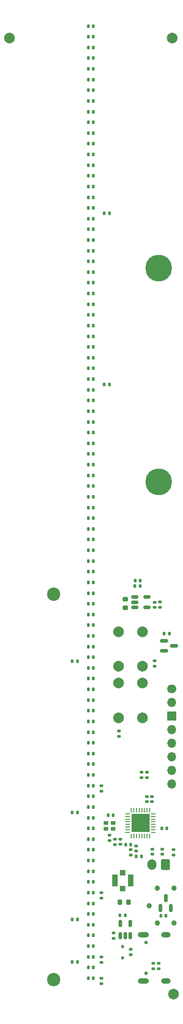
<source format=gbr>
%TF.GenerationSoftware,KiCad,Pcbnew,8.0.7-8.0.7-0~ubuntu24.04.1*%
%TF.CreationDate,2024-12-04T16:15:17+01:00*%
%TF.ProjectId,v_ggtermometer,76e46767-7465-4726-9d6f-6d657465722e,rev?*%
%TF.SameCoordinates,Original*%
%TF.FileFunction,Soldermask,Top*%
%TF.FilePolarity,Negative*%
%FSLAX46Y46*%
G04 Gerber Fmt 4.6, Leading zero omitted, Abs format (unit mm)*
G04 Created by KiCad (PCBNEW 8.0.7-8.0.7-0~ubuntu24.04.1) date 2024-12-04 16:15:17*
%MOMM*%
%LPD*%
G01*
G04 APERTURE LIST*
G04 Aperture macros list*
%AMRoundRect*
0 Rectangle with rounded corners*
0 $1 Rounding radius*
0 $2 $3 $4 $5 $6 $7 $8 $9 X,Y pos of 4 corners*
0 Add a 4 corners polygon primitive as box body*
4,1,4,$2,$3,$4,$5,$6,$7,$8,$9,$2,$3,0*
0 Add four circle primitives for the rounded corners*
1,1,$1+$1,$2,$3*
1,1,$1+$1,$4,$5*
1,1,$1+$1,$6,$7*
1,1,$1+$1,$8,$9*
0 Add four rect primitives between the rounded corners*
20,1,$1+$1,$2,$3,$4,$5,0*
20,1,$1+$1,$4,$5,$6,$7,0*
20,1,$1+$1,$6,$7,$8,$9,0*
20,1,$1+$1,$8,$9,$2,$3,0*%
G04 Aperture macros list end*
%ADD10RoundRect,0.147500X-0.147500X-0.172500X0.147500X-0.172500X0.147500X0.172500X-0.147500X0.172500X0*%
%ADD11C,2.000000*%
%ADD12RoundRect,0.147500X0.147500X0.172500X-0.147500X0.172500X-0.147500X-0.172500X0.147500X-0.172500X0*%
%ADD13RoundRect,0.140000X-0.140000X-0.170000X0.140000X-0.170000X0.140000X0.170000X-0.140000X0.170000X0*%
%ADD14RoundRect,0.135000X0.185000X-0.135000X0.185000X0.135000X-0.185000X0.135000X-0.185000X-0.135000X0*%
%ADD15C,1.000000*%
%ADD16RoundRect,0.140000X0.170000X-0.140000X0.170000X0.140000X-0.170000X0.140000X-0.170000X-0.140000X0*%
%ADD17RoundRect,0.140000X-0.170000X0.140000X-0.170000X-0.140000X0.170000X-0.140000X0.170000X0.140000X0*%
%ADD18C,5.000000*%
%ADD19R,0.900000X0.800000*%
%ADD20RoundRect,0.135000X-0.185000X0.135000X-0.185000X-0.135000X0.185000X-0.135000X0.185000X0.135000X0*%
%ADD21RoundRect,0.225000X-0.250000X0.225000X-0.250000X-0.225000X0.250000X-0.225000X0.250000X0.225000X0*%
%ADD22RoundRect,0.225000X-0.225000X-0.250000X0.225000X-0.250000X0.225000X0.250000X-0.225000X0.250000X0*%
%ADD23RoundRect,0.135000X0.135000X0.185000X-0.135000X0.185000X-0.135000X-0.185000X0.135000X-0.185000X0*%
%ADD24RoundRect,0.150000X0.150000X-0.512500X0.150000X0.512500X-0.150000X0.512500X-0.150000X-0.512500X0*%
%ADD25RoundRect,0.140000X0.140000X0.170000X-0.140000X0.170000X-0.140000X-0.170000X0.140000X-0.170000X0*%
%ADD26R,1.000000X1.000000*%
%ADD27R,1.050000X2.200000*%
%ADD28RoundRect,0.150000X-0.512500X-0.150000X0.512500X-0.150000X0.512500X0.150000X-0.512500X0.150000X0*%
%ADD29RoundRect,0.135000X-0.135000X-0.185000X0.135000X-0.185000X0.135000X0.185000X-0.135000X0.185000X0*%
%ADD30C,1.700000*%
%ADD31O,1.700000X1.700000*%
%ADD32R,1.700000X1.700000*%
%ADD33RoundRect,0.112500X-0.112500X0.187500X-0.112500X-0.187500X0.112500X-0.187500X0.112500X0.187500X0*%
%ADD34RoundRect,0.150000X-0.587500X-0.150000X0.587500X-0.150000X0.587500X0.150000X-0.587500X0.150000X0*%
%ADD35RoundRect,0.062500X0.062500X-0.375000X0.062500X0.375000X-0.062500X0.375000X-0.062500X-0.375000X0*%
%ADD36RoundRect,0.062500X0.375000X-0.062500X0.375000X0.062500X-0.375000X0.062500X-0.375000X-0.062500X0*%
%ADD37R,3.450000X3.450000*%
%ADD38RoundRect,0.150000X0.150000X-0.587500X0.150000X0.587500X-0.150000X0.587500X-0.150000X-0.587500X0*%
%ADD39RoundRect,0.250000X0.600000X0.750000X-0.600000X0.750000X-0.600000X-0.750000X0.600000X-0.750000X0*%
%ADD40O,1.700000X2.000000*%
%ADD41C,2.500000*%
%ADD42C,0.650000*%
%ADD43O,1.800000X1.000000*%
%ADD44O,2.100000X1.000000*%
G04 APERTURE END LIST*
D10*
%TO.C,D1*%
X16340990Y182340990D03*
X17310990Y182340990D03*
%TD*%
D11*
%TO.C,FID1*%
X32340990Y1340990D03*
%TD*%
D12*
%TO.C,D2*%
X17310990Y180340990D03*
X16340990Y180340990D03*
%TD*%
D13*
%TO.C,C10*%
X30130990Y32340990D03*
X31090990Y32340990D03*
%TD*%
D14*
%TO.C,R13*%
X26340990Y41830990D03*
X26340990Y42850990D03*
%TD*%
D15*
%TO.C,*%
X32490990Y14690990D03*
%TD*%
D12*
%TO.C,D50*%
X17310990Y98340990D03*
X16340990Y98340990D03*
%TD*%
D10*
%TO.C,D16*%
X16340990Y110340990D03*
X17310990Y110340990D03*
%TD*%
D12*
%TO.C,D8*%
X17310990Y88340990D03*
X16340990Y88340990D03*
%TD*%
D14*
%TO.C,R9*%
X18840990Y7330990D03*
X18840990Y8350990D03*
%TD*%
D12*
%TO.C,D85*%
X17310990Y8340990D03*
X16340990Y8340990D03*
%TD*%
D16*
%TO.C,C14*%
X28850990Y73680990D03*
X28850990Y74640990D03*
%TD*%
D17*
%TO.C,C8*%
X28390990Y28470990D03*
X28390990Y27510990D03*
%TD*%
D12*
%TO.C,D25*%
X17310990Y172340990D03*
X16340990Y172340990D03*
%TD*%
D18*
%TO.C,REF\u002A\u002A*%
X29590990Y97090990D03*
%TD*%
D15*
%TO.C,REF\u002A\u002A*%
X29290990Y14690990D03*
%TD*%
D16*
%TO.C,C9*%
X28340990Y37360990D03*
X28340990Y38320990D03*
%TD*%
D13*
%TO.C,C2*%
X23360990Y29340990D03*
X24320990Y29340990D03*
%TD*%
D16*
%TO.C,C7*%
X27360990Y37360990D03*
X27360990Y38320990D03*
%TD*%
D19*
%TO.C,Y1*%
X19640990Y32290990D03*
X21040990Y32290990D03*
X21040990Y33390990D03*
X19640990Y33390990D03*
%TD*%
D10*
%TO.C,D22*%
X16340990Y66340990D03*
X17310990Y66340990D03*
%TD*%
D12*
%TO.C,D38*%
X17310990Y102340990D03*
X16340990Y102340990D03*
%TD*%
D10*
%TO.C,D51*%
X16340990Y96340990D03*
X17310990Y96340990D03*
%TD*%
D12*
%TO.C,D37*%
X17310990Y132340990D03*
X16340990Y132340990D03*
%TD*%
D20*
%TO.C,R15*%
X32340990Y28350990D03*
X32340990Y27330990D03*
%TD*%
D12*
%TO.C,D15*%
X17310990Y140340990D03*
X16340990Y140340990D03*
%TD*%
D10*
%TO.C,D54*%
X16340990Y54340990D03*
X17310990Y54340990D03*
%TD*%
D20*
%TO.C,RV1*%
X24290990Y9723490D03*
X24290990Y8703490D03*
%TD*%
D16*
%TO.C,C4*%
X27340990Y41860990D03*
X27340990Y42820990D03*
%TD*%
D21*
%TO.C,C15*%
X23350990Y75165990D03*
X23350990Y73615990D03*
%TD*%
D18*
%TO.C,REF\u002A\u002A*%
X29590990Y137090990D03*
%TD*%
D10*
%TO.C,D86*%
X16340990Y22340990D03*
X17310990Y22340990D03*
%TD*%
%TO.C,D62*%
X16340990Y18340990D03*
X17310990Y18340990D03*
%TD*%
D14*
%TO.C,FB1*%
X21340990Y29330990D03*
X21340990Y30350990D03*
%TD*%
D12*
%TO.C,D27*%
X17310990Y136340990D03*
X16340990Y136340990D03*
%TD*%
%TO.C,D45*%
X17310990Y56340990D03*
X16340990Y56340990D03*
%TD*%
D10*
%TO.C,D34*%
X16340990Y170340990D03*
X17310990Y170340990D03*
%TD*%
D15*
%TO.C,REF\u002A\u002A*%
X29290990Y21190990D03*
%TD*%
D22*
%TO.C,C18*%
X22315990Y18590990D03*
X23865990Y18590990D03*
%TD*%
D10*
%TO.C,D40*%
X16340990Y78340990D03*
X17310990Y78340990D03*
%TD*%
%TO.C,D48*%
X16340990Y130340990D03*
X17310990Y130340990D03*
%TD*%
D12*
%TO.C,D87*%
X17310990Y20340990D03*
X16340990Y20340990D03*
%TD*%
%TO.C,D33*%
X17310990Y60340990D03*
X16340990Y60340990D03*
%TD*%
%TO.C,D41*%
X17310990Y76340990D03*
X16340990Y76340990D03*
%TD*%
D20*
%TO.C,R6*%
X29586180Y7105800D03*
X29586180Y6085800D03*
%TD*%
D10*
%TO.C,D20*%
X16340990Y70340990D03*
X17310990Y70340990D03*
%TD*%
%TO.C,D30*%
X16340990Y82340990D03*
X17310990Y82340990D03*
%TD*%
%TO.C,D11*%
X25145990Y78650990D03*
X26115990Y78650990D03*
%TD*%
%TO.C,D26*%
X16340990Y138340990D03*
X17310990Y138340990D03*
%TD*%
D12*
%TO.C,D60*%
X17310990Y94340990D03*
X16340990Y94340990D03*
%TD*%
D14*
%TO.C,R7*%
X18840990Y19330990D03*
X18840990Y20350990D03*
%TD*%
D23*
%TO.C,R18*%
X31600990Y68790990D03*
X30580990Y68790990D03*
%TD*%
D14*
%TO.C,R11*%
X22090990Y49580990D03*
X22090990Y50600990D03*
%TD*%
D24*
%TO.C,U2*%
X22340990Y12315990D03*
X23290990Y12315990D03*
X24240990Y12315990D03*
X24240990Y14590990D03*
X22340990Y14590990D03*
%TD*%
D12*
%TO.C,D49*%
X17310990Y128340990D03*
X16340990Y128340990D03*
%TD*%
D11*
%TO.C,FID2*%
X1590990Y180090990D03*
%TD*%
D25*
%TO.C,C16*%
X30920990Y15990990D03*
X29960990Y15990990D03*
%TD*%
D12*
%TO.C,D19*%
X17310990Y84340990D03*
X16340990Y84340990D03*
%TD*%
%TO.C,D81*%
X17310990Y116340990D03*
X16340990Y116340990D03*
%TD*%
D23*
%TO.C,R14*%
X14350990Y7340990D03*
X13330990Y7340990D03*
%TD*%
D17*
%TO.C,C1*%
X22340990Y30320990D03*
X22340990Y29360990D03*
%TD*%
D12*
%TO.C,D55*%
X17310990Y52340990D03*
X16340990Y52340990D03*
%TD*%
D20*
%TO.C,R5*%
X28586180Y7115800D03*
X28586180Y6095800D03*
%TD*%
D10*
%TO.C,D39*%
X16340990Y100340990D03*
X17310990Y100340990D03*
%TD*%
D11*
%TO.C,SW3*%
X26540990Y69140990D03*
X26540990Y62640990D03*
X22040990Y69140990D03*
X22040990Y62640990D03*
%TD*%
D10*
%TO.C,D74*%
X16340990Y26340990D03*
X17310990Y26340990D03*
%TD*%
D26*
%TO.C,J4*%
X22840990Y24090990D03*
D27*
X24315990Y22590990D03*
D26*
X22840990Y21090990D03*
D27*
X21365990Y22590990D03*
%TD*%
D10*
%TO.C,D29*%
X16340990Y104340990D03*
X17310990Y104340990D03*
%TD*%
%TO.C,D9*%
X16340990Y74340990D03*
X17310990Y74340990D03*
%TD*%
%TO.C,D80*%
X16340990Y118340990D03*
X17310990Y118340990D03*
%TD*%
%TO.C,D90*%
X16340990Y150340990D03*
X17310990Y150340990D03*
%TD*%
D16*
%TO.C,C3*%
X25340990Y28110990D03*
X25340990Y29070990D03*
%TD*%
%TO.C,C6*%
X20340990Y30090990D03*
X20340990Y31050990D03*
%TD*%
D10*
%TO.C,D32*%
X16340990Y62340990D03*
X17310990Y62340990D03*
%TD*%
D12*
%TO.C,D89*%
X17310990Y40340990D03*
X16340990Y40340990D03*
%TD*%
%TO.C,D53*%
X17310990Y32340990D03*
X16340990Y32340990D03*
%TD*%
%TO.C,D31*%
X17310990Y80340990D03*
X16340990Y80340990D03*
%TD*%
D10*
%TO.C,D68*%
X16340990Y158340990D03*
X17310990Y158340990D03*
%TD*%
D13*
%TO.C,C5*%
X20090990Y34840990D03*
X21050990Y34840990D03*
%TD*%
D10*
%TO.C,D42*%
X16340990Y38340990D03*
X17310990Y38340990D03*
%TD*%
D12*
%TO.C,D75*%
X17310990Y24340990D03*
X16340990Y24340990D03*
%TD*%
D14*
%TO.C,R16*%
X29850990Y73670990D03*
X29850990Y74690990D03*
%TD*%
D12*
%TO.C,D13*%
X17310990Y176340990D03*
X16340990Y176340990D03*
%TD*%
D25*
%TO.C,C12*%
X23270990Y16090990D03*
X22310990Y16090990D03*
%TD*%
D28*
%TO.C,U4*%
X25100990Y75580990D03*
X25100990Y74630990D03*
X25100990Y73680990D03*
X27375990Y73680990D03*
X27375990Y75580990D03*
%TD*%
D12*
%TO.C,D6*%
X17310990Y112340990D03*
X16340990Y112340990D03*
%TD*%
D14*
%TO.C,R12*%
X18840990Y3340990D03*
X18840990Y4360990D03*
%TD*%
D11*
%TO.C,SW1*%
X22040990Y53040990D03*
X22040990Y59540990D03*
X26540990Y53040990D03*
X26540990Y59540990D03*
%TD*%
D12*
%TO.C,D91*%
X17310990Y148340990D03*
X16340990Y148340990D03*
%TD*%
D10*
%TO.C,D46*%
X16340990Y166340990D03*
X17310990Y166340990D03*
%TD*%
%TO.C,D14*%
X16340990Y142340990D03*
X17310990Y142340990D03*
%TD*%
%TO.C,D82*%
X16340990Y6340990D03*
X17310990Y6340990D03*
%TD*%
%TO.C,D72*%
X16340990Y14340990D03*
X17310990Y14340990D03*
%TD*%
%TO.C,D36*%
X16340990Y134340990D03*
X17310990Y134340990D03*
%TD*%
D11*
%TO.C,FID3*%
X32090990Y180090990D03*
%TD*%
D12*
%TO.C,D59*%
X17310990Y124340990D03*
X16340990Y124340990D03*
%TD*%
D10*
%TO.C,D52*%
X16340990Y34340990D03*
X17310990Y34340990D03*
%TD*%
%TO.C,D24*%
X16340990Y174340990D03*
X17310990Y174340990D03*
%TD*%
%TO.C,D56*%
X16340990Y162340990D03*
X17310990Y162340990D03*
%TD*%
D29*
%TO.C,R8*%
X13330990Y35340990D03*
X14350990Y35340990D03*
%TD*%
D10*
%TO.C,D61*%
X16340990Y92340990D03*
X17310990Y92340990D03*
%TD*%
D12*
%TO.C,D35*%
X17310990Y168340990D03*
X16340990Y168340990D03*
%TD*%
%TO.C,D17*%
X17310990Y108340990D03*
X16340990Y108340990D03*
%TD*%
%TO.C,D4*%
X17310990Y144340990D03*
X16340990Y144340990D03*
%TD*%
D23*
%TO.C,R10*%
X14350990Y15340990D03*
X13330990Y15340990D03*
%TD*%
D10*
%TO.C,D18*%
X16340990Y86340990D03*
X17310990Y86340990D03*
%TD*%
%TO.C,D76*%
X16340990Y46340990D03*
X17310990Y46340990D03*
%TD*%
%TO.C,D44*%
X16340990Y58340990D03*
X17310990Y58340990D03*
%TD*%
D12*
%TO.C,D69*%
X17310990Y156340990D03*
X16340990Y156340990D03*
%TD*%
D16*
%TO.C,C17*%
X30290990Y27510990D03*
X30290990Y28470990D03*
%TD*%
D12*
%TO.C,D71*%
X17310990Y120340990D03*
X16340990Y120340990D03*
%TD*%
D10*
%TO.C,D5*%
X16340990Y114340990D03*
X17310990Y114340990D03*
%TD*%
D12*
%TO.C,D43*%
X17310990Y36340990D03*
X16340990Y36340990D03*
%TD*%
%TO.C,D21*%
X17310990Y68340990D03*
X16340990Y68340990D03*
%TD*%
D10*
%TO.C,D12*%
X16340990Y178340990D03*
X17310990Y178340990D03*
%TD*%
D12*
%TO.C,D67*%
X17310990Y48340990D03*
X16340990Y48340990D03*
%TD*%
%TO.C,D83*%
X17310990Y4340990D03*
X16340990Y4340990D03*
%TD*%
D10*
%TO.C,D84*%
X16340990Y10340990D03*
X17310990Y10340990D03*
%TD*%
D12*
%TO.C,D47*%
X17310990Y164340990D03*
X16340990Y164340990D03*
%TD*%
%TO.C,D77*%
X17310990Y44340990D03*
X16340990Y44340990D03*
%TD*%
D30*
%TO.C,J2*%
X31990990Y58420990D03*
D31*
X31990990Y55880990D03*
D32*
X31990990Y53340990D03*
D31*
X31990990Y50800990D03*
X31990990Y48260990D03*
X31990990Y45720990D03*
X31990990Y43180990D03*
X31990990Y40640990D03*
%TD*%
D29*
%TO.C,R17*%
X25120990Y77640990D03*
X26140990Y77640990D03*
%TD*%
D33*
%TO.C,D93*%
X22790990Y10240990D03*
X22790990Y8140990D03*
%TD*%
D25*
%TO.C,C13*%
X26320990Y27090990D03*
X25360990Y27090990D03*
%TD*%
D12*
%TO.C,D10*%
X17310990Y72340990D03*
X16340990Y72340990D03*
%TD*%
D23*
%TO.C,R2*%
X20350990Y115340990D03*
X19330990Y115340990D03*
%TD*%
D20*
%TO.C,L1*%
X24340990Y28350990D03*
X24340990Y27330990D03*
%TD*%
D15*
%TO.C,*%
X27790990Y17890990D03*
%TD*%
D12*
%TO.C,D65*%
X17310990Y28340990D03*
X16340990Y28340990D03*
%TD*%
D10*
%TO.C,D88*%
X16340990Y42340990D03*
X17310990Y42340990D03*
%TD*%
%TO.C,D58*%
X16340990Y126340990D03*
X17310990Y126340990D03*
%TD*%
%TO.C,D70*%
X16340990Y122340990D03*
X17310990Y122340990D03*
%TD*%
D12*
%TO.C,D57*%
X17310990Y160340990D03*
X16340990Y160340990D03*
%TD*%
D10*
%TO.C,D66*%
X16340990Y50340990D03*
X17310990Y50340990D03*
%TD*%
D12*
%TO.C,D73*%
X17310990Y12340990D03*
X16340990Y12340990D03*
%TD*%
D29*
%TO.C,R4*%
X13330990Y63590990D03*
X14350990Y63590990D03*
%TD*%
D10*
%TO.C,D7*%
X16340990Y90340990D03*
X17310990Y90340990D03*
%TD*%
%TO.C,D78*%
X16340990Y154340990D03*
X17310990Y154340990D03*
%TD*%
D14*
%TO.C,R3*%
X18840990Y39330990D03*
X18840990Y40350990D03*
%TD*%
D15*
%TO.C,REF\u002A\u002A*%
X32490990Y21190990D03*
%TD*%
D12*
%TO.C,D79*%
X17310990Y152340990D03*
X16340990Y152340990D03*
%TD*%
D34*
%TO.C,Q1*%
X30590990Y67440990D03*
X30590990Y65540990D03*
X32465990Y66490990D03*
%TD*%
D10*
%TO.C,D64*%
X16340990Y30340990D03*
X17310990Y30340990D03*
%TD*%
D35*
%TO.C,U1*%
X24403490Y30903490D03*
X24903490Y30903490D03*
X25403490Y30903490D03*
X25903490Y30903490D03*
X26403490Y30903490D03*
X26903490Y30903490D03*
X27403490Y30903490D03*
X27903490Y30903490D03*
D36*
X28590990Y31590990D03*
X28590990Y32090990D03*
X28590990Y32590990D03*
X28590990Y33090990D03*
X28590990Y33590990D03*
X28590990Y34090990D03*
X28590990Y34590990D03*
X28590990Y35090990D03*
D35*
X27903490Y35778490D03*
X27403490Y35778490D03*
X26903490Y35778490D03*
X26403490Y35778490D03*
X25903490Y35778490D03*
X25403490Y35778490D03*
X24903490Y35778490D03*
X24403490Y35778490D03*
D36*
X23715990Y35090990D03*
X23715990Y34590990D03*
X23715990Y34090990D03*
X23715990Y33590990D03*
X23715990Y33090990D03*
X23715990Y32590990D03*
X23715990Y32090990D03*
X23715990Y31590990D03*
D37*
X26153490Y33340990D03*
%TD*%
D12*
%TO.C,D23*%
X17310990Y64340990D03*
X16340990Y64340990D03*
%TD*%
D20*
%TO.C,R19*%
X28790990Y63690990D03*
X28790990Y62670990D03*
%TD*%
D17*
%TO.C,C11*%
X21090990Y12770990D03*
X21090990Y11810990D03*
%TD*%
D10*
%TO.C,D28*%
X16340990Y106340990D03*
X17310990Y106340990D03*
%TD*%
D12*
%TO.C,D63*%
X17310990Y16340990D03*
X16340990Y16340990D03*
%TD*%
D10*
%TO.C,D3*%
X16340990Y146340990D03*
X17310990Y146340990D03*
%TD*%
D38*
%TO.C,U3*%
X29940990Y17453490D03*
X31840990Y17453490D03*
X30890990Y19328490D03*
%TD*%
D29*
%TO.C,R1*%
X19330990Y147340990D03*
X20350990Y147340990D03*
%TD*%
D39*
%TO.C,J8*%
X30840990Y25615990D03*
D40*
X28340990Y25615990D03*
%TD*%
D41*
%TO.C,BT1*%
X9840990Y76090990D03*
X9840990Y4090990D03*
%TD*%
D42*
%TO.C,J1*%
X27231180Y11005800D03*
X27231180Y5225800D03*
D43*
X30911180Y12435800D03*
D44*
X26711180Y12435800D03*
D43*
X30911180Y3795800D03*
D44*
X26711180Y3795800D03*
%TD*%
M02*

</source>
